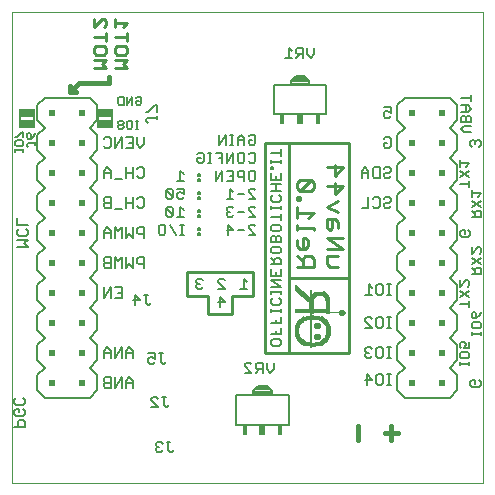
<source format=gbr>
G75*
%MOIN*%
%OFA0B0*%
%FSLAX24Y24*%
%IPPOS*%
%LPD*%
%AMOC8*
5,1,8,0,0,1.08239X$1,22.5*
%
%ADD10C,0.0100*%
%ADD11C,0.0060*%
%ADD12C,0.0050*%
%ADD13C,0.0010*%
%ADD14C,0.0110*%
%ADD15C,0.0070*%
%ADD16R,0.0004X0.0075*%
%ADD17R,0.0004X0.0165*%
%ADD18R,0.0004X0.0220*%
%ADD19R,0.0004X0.0264*%
%ADD20R,0.0004X0.0295*%
%ADD21R,0.0004X0.0327*%
%ADD22R,0.0004X0.0354*%
%ADD23R,0.0004X0.0150*%
%ADD24R,0.0004X0.0193*%
%ADD25R,0.0004X0.0382*%
%ADD26R,0.0004X0.0402*%
%ADD27R,0.0004X0.0197*%
%ADD28R,0.0004X0.0421*%
%ADD29R,0.0004X0.0445*%
%ADD30R,0.0004X0.0461*%
%ADD31R,0.0004X0.0480*%
%ADD32R,0.0004X0.0496*%
%ADD33R,0.0004X0.0512*%
%ADD34R,0.0004X0.0528*%
%ADD35R,0.0004X0.0543*%
%ADD36R,0.0004X0.0555*%
%ADD37R,0.0004X0.0567*%
%ADD38R,0.0004X0.0583*%
%ADD39R,0.0004X0.0594*%
%ADD40R,0.0004X0.0606*%
%ADD41R,0.0004X0.0618*%
%ADD42R,0.0004X0.0630*%
%ADD43R,0.0004X0.0638*%
%ADD44R,0.0004X0.0654*%
%ADD45R,0.0004X0.0661*%
%ADD46R,0.0004X0.0669*%
%ADD47R,0.0004X0.0677*%
%ADD48R,0.0004X0.0693*%
%ADD49R,0.0004X0.0701*%
%ADD50R,0.0004X0.0709*%
%ADD51R,0.0004X0.0717*%
%ADD52R,0.0004X0.0311*%
%ADD53R,0.0004X0.0287*%
%ADD54R,0.0004X0.0276*%
%ADD55R,0.0004X0.0272*%
%ADD56R,0.0004X0.0256*%
%ADD57R,0.0004X0.0252*%
%ADD58R,0.0004X0.0248*%
%ADD59R,0.0004X0.0244*%
%ADD60R,0.0004X0.0240*%
%ADD61R,0.0004X0.0236*%
%ADD62R,0.0004X0.0232*%
%ADD63R,0.0004X0.0228*%
%ADD64R,0.0004X0.0224*%
%ADD65R,0.0004X0.0217*%
%ADD66R,0.0004X0.0213*%
%ADD67R,0.0004X0.0209*%
%ADD68R,0.0004X0.0205*%
%ADD69R,0.0004X0.0201*%
%ADD70R,0.0004X0.0189*%
%ADD71R,0.0004X0.0185*%
%ADD72R,0.0004X0.0181*%
%ADD73R,0.0004X0.0177*%
%ADD74R,0.0004X0.0173*%
%ADD75R,0.0004X0.0169*%
%ADD76R,0.0004X0.0161*%
%ADD77R,0.0004X0.0157*%
%ADD78R,0.0004X0.0154*%
%ADD79R,0.0004X0.0551*%
%ADD80R,0.0004X0.0547*%
%ADD81R,0.0004X0.0539*%
%ADD82R,0.0004X0.0535*%
%ADD83R,0.0004X0.0571*%
%ADD84R,0.0004X0.0579*%
%ADD85R,0.0004X0.0587*%
%ADD86R,0.0004X0.0591*%
%ADD87R,0.0004X0.0598*%
%ADD88R,0.0004X0.0602*%
%ADD89R,0.0004X0.0610*%
%ADD90R,0.0004X0.0614*%
%ADD91R,0.0004X0.0626*%
%ADD92R,0.0004X0.0634*%
%ADD93R,0.0004X0.0642*%
%ADD94R,0.0004X0.0646*%
%ADD95R,0.0004X0.0280*%
%ADD96R,0.0004X0.0031*%
%ADD97R,0.0004X0.0067*%
%ADD98R,0.0004X0.0087*%
%ADD99R,0.0004X0.0102*%
%ADD100R,0.0004X0.0114*%
%ADD101R,0.0004X0.0126*%
%ADD102R,0.0004X0.0134*%
%ADD103R,0.0004X0.0146*%
%ADD104R,0.0004X0.0138*%
%ADD105R,0.0004X0.0118*%
%ADD106R,0.0004X0.0091*%
%ADD107R,0.0004X0.0071*%
%ADD108R,0.0004X0.0039*%
%ADD109R,0.0004X0.0689*%
%ADD110R,0.0004X0.0260*%
%ADD111R,0.0004X0.0685*%
%ADD112R,0.0004X0.0681*%
%ADD113R,0.0004X0.0673*%
%ADD114R,0.0004X0.0665*%
%ADD115R,0.0004X0.0657*%
%ADD116R,0.0004X0.0622*%
%ADD117R,0.0004X0.0559*%
%ADD118R,0.0004X0.0476*%
%ADD119R,0.0004X0.0457*%
%ADD120R,0.0004X0.0524*%
%ADD121R,0.0004X0.0441*%
%ADD122R,0.0004X0.0508*%
%ADD123R,0.0004X0.0488*%
%ADD124R,0.0004X0.0398*%
%ADD125R,0.0004X0.0465*%
%ADD126R,0.0004X0.0374*%
%ADD127R,0.0004X0.0433*%
%ADD128R,0.0004X0.0350*%
%ADD129R,0.0004X0.0323*%
%ADD130R,0.0004X0.0059*%
%ADD131R,0.0004X0.0083*%
%ADD132R,0.0004X0.0098*%
%ADD133R,0.0004X0.0122*%
%ADD134R,0.0004X0.0130*%
%ADD135R,0.0004X0.0142*%
%ADD136R,0.0004X0.0106*%
%ADD137R,0.0004X0.0051*%
%ADD138C,0.0160*%
%ADD139C,0.0170*%
%ADD140R,0.0200X0.0200*%
%ADD141C,0.0080*%
%ADD142R,0.0180X0.0330*%
%ADD143R,0.0220X0.0330*%
%ADD144C,0.0079*%
%ADD145R,0.0551X0.0256*%
D10*
X006130Y007390D02*
X006130Y008190D01*
X008330Y008190D01*
X008330Y007390D01*
X007630Y007390D01*
X007630Y006790D01*
X006830Y006790D01*
X006830Y007390D01*
X006130Y007390D01*
X008730Y005490D02*
X008730Y012490D01*
X009530Y012490D01*
X011530Y012490D01*
X011530Y007990D01*
X009530Y007990D01*
X009530Y012490D01*
X009530Y007990D02*
X009530Y005490D01*
X008730Y005490D01*
X009530Y005490D02*
X011530Y005490D01*
X011530Y007990D01*
X004105Y014965D02*
X003972Y015098D01*
X004105Y015232D01*
X003705Y015232D01*
X003772Y015425D02*
X003705Y015492D01*
X003705Y015626D01*
X003772Y015692D01*
X004039Y015692D01*
X004105Y015626D01*
X004105Y015492D01*
X004039Y015425D01*
X003772Y015425D01*
X003405Y015492D02*
X003339Y015425D01*
X003072Y015425D01*
X003005Y015492D01*
X003005Y015626D01*
X003072Y015692D01*
X003339Y015692D01*
X003405Y015626D01*
X003405Y015492D01*
X003405Y015232D02*
X003272Y015098D01*
X003405Y014965D01*
X003005Y014965D01*
X003005Y015232D02*
X003405Y015232D01*
X003705Y014965D02*
X004105Y014965D01*
X004105Y015886D02*
X004105Y016153D01*
X004105Y016019D02*
X003705Y016019D01*
X003405Y016019D02*
X003005Y016019D01*
X003005Y016346D02*
X003272Y016613D01*
X003339Y016613D01*
X003405Y016546D01*
X003405Y016413D01*
X003339Y016346D01*
X003405Y016153D02*
X003405Y015886D01*
X003705Y016346D02*
X003705Y016613D01*
X003705Y016480D02*
X004105Y016480D01*
X003972Y016346D01*
X003005Y016346D02*
X003005Y016613D01*
D11*
X002880Y013990D02*
X001380Y013990D01*
X001130Y013740D01*
X001130Y013240D01*
X001380Y012990D01*
X001130Y012740D01*
X001130Y012240D01*
X001380Y011990D01*
X001130Y011740D01*
X001130Y011240D01*
X001380Y010990D01*
X001130Y010740D01*
X001130Y010240D01*
X001380Y009990D01*
X001130Y009740D01*
X001130Y009240D01*
X001380Y008990D01*
X001130Y008740D01*
X001130Y008240D01*
X001380Y007990D01*
X001130Y007740D01*
X001130Y007240D01*
X001380Y006990D01*
X001130Y006740D01*
X001130Y006240D01*
X001380Y005990D01*
X001130Y005740D01*
X001130Y005240D01*
X001380Y004990D01*
X001130Y004740D01*
X001130Y004240D01*
X001380Y003990D01*
X002880Y003990D01*
X003130Y004240D01*
X003130Y004740D01*
X002880Y004990D01*
X003130Y005240D01*
X003130Y005740D01*
X002880Y005990D01*
X003130Y006240D01*
X003130Y006740D01*
X002880Y006990D01*
X003130Y007240D01*
X003130Y007740D01*
X002880Y007990D01*
X003130Y008240D01*
X003130Y008740D01*
X002880Y008990D01*
X003130Y009240D01*
X003130Y009740D01*
X002880Y009990D01*
X003130Y010240D01*
X003130Y010740D01*
X002880Y010990D01*
X003130Y011240D01*
X003130Y011740D01*
X002880Y011990D01*
X003130Y012240D01*
X003130Y012740D01*
X002880Y012990D01*
X003130Y013240D01*
X003130Y013740D01*
X002880Y013990D01*
X003140Y013356D02*
X003140Y013230D01*
X003620Y013230D02*
X003620Y013356D01*
X003710Y012660D02*
X003710Y012320D01*
X003937Y012660D01*
X003937Y012320D01*
X004078Y012320D02*
X004305Y012320D01*
X004305Y012660D01*
X004078Y012660D01*
X004192Y012490D02*
X004305Y012490D01*
X004446Y012433D02*
X004446Y012660D01*
X004446Y012433D02*
X004560Y012320D01*
X004673Y012433D01*
X004673Y012660D01*
X004817Y013152D02*
X004760Y013208D01*
X004760Y013265D01*
X004817Y013322D01*
X005100Y013322D01*
X005100Y013265D02*
X005100Y013379D01*
X005100Y013520D02*
X005100Y013747D01*
X005044Y013747D01*
X004817Y013520D01*
X004760Y013520D01*
X003568Y012604D02*
X003568Y012377D01*
X003512Y012320D01*
X003398Y012320D01*
X003341Y012377D01*
X003341Y012604D02*
X003398Y012660D01*
X003512Y012660D01*
X003568Y012604D01*
X003455Y011660D02*
X003341Y011547D01*
X003341Y011320D01*
X003341Y011490D02*
X003568Y011490D01*
X003568Y011547D02*
X003455Y011660D01*
X003568Y011547D02*
X003568Y011320D01*
X003710Y011263D02*
X003937Y011263D01*
X004078Y011320D02*
X004078Y011660D01*
X004078Y011490D02*
X004305Y011490D01*
X004305Y011320D02*
X004305Y011660D01*
X004446Y011604D02*
X004503Y011660D01*
X004617Y011660D01*
X004673Y011604D01*
X004673Y011377D01*
X004617Y011320D01*
X004503Y011320D01*
X004446Y011377D01*
X004503Y010660D02*
X004617Y010660D01*
X004673Y010604D01*
X004673Y010377D01*
X004617Y010320D01*
X004503Y010320D01*
X004446Y010377D01*
X004305Y010320D02*
X004305Y010660D01*
X004446Y010604D02*
X004503Y010660D01*
X004305Y010490D02*
X004078Y010490D01*
X004078Y010660D02*
X004078Y010320D01*
X003937Y010263D02*
X003710Y010263D01*
X003568Y010320D02*
X003398Y010320D01*
X003341Y010377D01*
X003341Y010433D01*
X003398Y010490D01*
X003568Y010490D01*
X003398Y010490D02*
X003341Y010547D01*
X003341Y010604D01*
X003398Y010660D01*
X003568Y010660D01*
X003568Y010320D01*
X003455Y009660D02*
X003341Y009547D01*
X003341Y009320D01*
X003341Y009490D02*
X003568Y009490D01*
X003568Y009547D02*
X003455Y009660D01*
X003568Y009547D02*
X003568Y009320D01*
X003710Y009320D02*
X003710Y009660D01*
X003823Y009547D01*
X003937Y009660D01*
X003937Y009320D01*
X004078Y009320D02*
X004192Y009433D01*
X004305Y009320D01*
X004305Y009660D01*
X004446Y009604D02*
X004446Y009490D01*
X004503Y009433D01*
X004673Y009433D01*
X004673Y009320D02*
X004673Y009660D01*
X004503Y009660D01*
X004446Y009604D01*
X004078Y009660D02*
X004078Y009320D01*
X004078Y008660D02*
X004078Y008320D01*
X004192Y008433D01*
X004305Y008320D01*
X004305Y008660D01*
X004446Y008604D02*
X004446Y008490D01*
X004503Y008433D01*
X004673Y008433D01*
X004673Y008320D02*
X004673Y008660D01*
X004503Y008660D01*
X004446Y008604D01*
X003937Y008660D02*
X003937Y008320D01*
X003823Y008547D02*
X003710Y008660D01*
X003710Y008320D01*
X003568Y008320D02*
X003398Y008320D01*
X003341Y008377D01*
X003341Y008433D01*
X003398Y008490D01*
X003568Y008490D01*
X003398Y008490D02*
X003341Y008547D01*
X003341Y008604D01*
X003398Y008660D01*
X003568Y008660D01*
X003568Y008320D01*
X003823Y008547D02*
X003937Y008660D01*
X003937Y007660D02*
X003710Y007660D01*
X003568Y007660D02*
X003341Y007320D01*
X003341Y007660D01*
X003568Y007660D02*
X003568Y007320D01*
X003710Y007320D02*
X003937Y007320D01*
X003937Y007660D01*
X003937Y007490D02*
X003823Y007490D01*
X004323Y007240D02*
X004550Y007240D01*
X004380Y007410D01*
X004380Y007070D01*
X004748Y007127D02*
X004748Y007410D01*
X004805Y007410D02*
X004691Y007410D01*
X004748Y007127D02*
X004805Y007070D01*
X004862Y007070D01*
X004918Y007127D01*
X004192Y005660D02*
X004078Y005547D01*
X004078Y005320D01*
X003937Y005320D02*
X003937Y005660D01*
X003710Y005320D01*
X003710Y005660D01*
X003568Y005547D02*
X003455Y005660D01*
X003341Y005547D01*
X003341Y005320D01*
X003341Y005490D02*
X003568Y005490D01*
X003568Y005547D02*
X003568Y005320D01*
X004078Y005490D02*
X004305Y005490D01*
X004305Y005547D02*
X004192Y005660D01*
X004305Y005547D02*
X004305Y005320D01*
X004823Y005290D02*
X004823Y005177D01*
X004880Y005120D01*
X004993Y005120D01*
X005050Y005177D01*
X005050Y005290D02*
X004937Y005347D01*
X004880Y005347D01*
X004823Y005290D01*
X004823Y005460D02*
X005050Y005460D01*
X005050Y005290D01*
X005191Y005460D02*
X005305Y005460D01*
X005248Y005460D02*
X005248Y005177D01*
X005305Y005120D01*
X005362Y005120D01*
X005418Y005177D01*
X005405Y004010D02*
X005291Y004010D01*
X005348Y004010D02*
X005348Y003727D01*
X005405Y003670D01*
X005462Y003670D01*
X005518Y003727D01*
X005150Y003670D02*
X004923Y003897D01*
X004923Y003954D01*
X004980Y004010D01*
X005093Y004010D01*
X005150Y003954D01*
X005150Y003670D02*
X004923Y003670D01*
X004305Y004320D02*
X004305Y004547D01*
X004192Y004660D01*
X004078Y004547D01*
X004078Y004320D01*
X003937Y004320D02*
X003937Y004660D01*
X003710Y004320D01*
X003710Y004660D01*
X003568Y004660D02*
X003398Y004660D01*
X003341Y004604D01*
X003341Y004547D01*
X003398Y004490D01*
X003568Y004490D01*
X003398Y004490D02*
X003341Y004433D01*
X003341Y004377D01*
X003398Y004320D01*
X003568Y004320D01*
X003568Y004660D01*
X004078Y004490D02*
X004305Y004490D01*
X005130Y002510D02*
X005073Y002454D01*
X005073Y002397D01*
X005130Y002340D01*
X005073Y002283D01*
X005073Y002227D01*
X005130Y002170D01*
X005243Y002170D01*
X005300Y002227D01*
X005187Y002340D02*
X005130Y002340D01*
X005130Y002510D02*
X005243Y002510D01*
X005300Y002454D01*
X005441Y002510D02*
X005555Y002510D01*
X005498Y002510D02*
X005498Y002227D01*
X005555Y002170D01*
X005612Y002170D01*
X005668Y002227D01*
X007750Y003089D02*
X007750Y004059D01*
X009510Y004059D01*
X009510Y003089D01*
X007750Y003089D01*
X008038Y004813D02*
X008265Y004813D01*
X008038Y005039D01*
X008038Y005096D01*
X008095Y005153D01*
X008208Y005153D01*
X008265Y005096D01*
X008406Y005096D02*
X008406Y004983D01*
X008463Y004926D01*
X008633Y004926D01*
X008520Y004926D02*
X008406Y004813D01*
X008406Y005096D02*
X008463Y005153D01*
X008633Y005153D01*
X008633Y004813D01*
X008775Y004926D02*
X008775Y005153D01*
X009002Y005153D02*
X009002Y004926D01*
X008888Y004813D01*
X008775Y004926D01*
X012059Y004590D02*
X012286Y004590D01*
X012116Y004760D01*
X012116Y004420D01*
X012428Y004477D02*
X012428Y004704D01*
X012484Y004760D01*
X012598Y004760D01*
X012654Y004704D01*
X012654Y004477D01*
X012598Y004420D01*
X012484Y004420D01*
X012428Y004477D01*
X012787Y004420D02*
X012900Y004420D01*
X012843Y004420D02*
X012843Y004760D01*
X012787Y004760D02*
X012900Y004760D01*
X013130Y004740D02*
X013130Y004240D01*
X013380Y003990D01*
X014880Y003990D01*
X015130Y004240D01*
X015130Y004740D01*
X014880Y004990D01*
X015130Y005240D01*
X015130Y005740D01*
X014880Y005990D01*
X015130Y006240D01*
X015130Y006740D01*
X014880Y006990D01*
X015130Y007240D01*
X015130Y007740D01*
X014880Y007990D01*
X015130Y008240D01*
X015130Y008740D01*
X014880Y008990D01*
X015130Y009240D01*
X015130Y009740D01*
X014880Y009990D01*
X015130Y010240D01*
X015130Y010740D01*
X014880Y010990D01*
X015130Y011240D01*
X015130Y011740D01*
X014880Y011990D01*
X015130Y012240D01*
X015130Y012740D01*
X014880Y012990D01*
X015130Y013240D01*
X015130Y013740D01*
X014880Y013990D01*
X013380Y013990D01*
X013130Y013740D01*
X013130Y013240D01*
X013380Y012990D01*
X013130Y012740D01*
X013130Y012240D01*
X013380Y011990D01*
X013130Y011740D01*
X013130Y011240D01*
X013380Y010990D01*
X013130Y010740D01*
X013130Y010240D01*
X013380Y009990D01*
X013130Y009740D01*
X013130Y009240D01*
X013380Y008990D01*
X013130Y008740D01*
X013130Y008240D01*
X013380Y007990D01*
X013130Y007740D01*
X013130Y007240D01*
X013380Y006990D01*
X013130Y006740D01*
X013130Y006240D01*
X013380Y005990D01*
X013130Y005740D01*
X013130Y005240D01*
X013380Y004990D01*
X013130Y004740D01*
X012900Y005320D02*
X012787Y005320D01*
X012843Y005320D02*
X012843Y005660D01*
X012787Y005660D02*
X012900Y005660D01*
X012654Y005604D02*
X012654Y005377D01*
X012598Y005320D01*
X012484Y005320D01*
X012428Y005377D01*
X012428Y005604D01*
X012484Y005660D01*
X012598Y005660D01*
X012654Y005604D01*
X012286Y005604D02*
X012229Y005660D01*
X012116Y005660D01*
X012059Y005604D01*
X012059Y005547D01*
X012116Y005490D01*
X012059Y005433D01*
X012059Y005377D01*
X012116Y005320D01*
X012229Y005320D01*
X012286Y005377D01*
X012173Y005490D02*
X012116Y005490D01*
X012059Y006320D02*
X012286Y006320D01*
X012059Y006547D01*
X012059Y006604D01*
X012116Y006660D01*
X012229Y006660D01*
X012286Y006604D01*
X012428Y006604D02*
X012428Y006377D01*
X012484Y006320D01*
X012598Y006320D01*
X012654Y006377D01*
X012654Y006604D01*
X012598Y006660D01*
X012484Y006660D01*
X012428Y006604D01*
X012787Y006660D02*
X012900Y006660D01*
X012843Y006660D02*
X012843Y006320D01*
X012787Y006320D02*
X012900Y006320D01*
X012900Y007420D02*
X012787Y007420D01*
X012843Y007420D02*
X012843Y007760D01*
X012787Y007760D02*
X012900Y007760D01*
X012654Y007704D02*
X012654Y007477D01*
X012598Y007420D01*
X012484Y007420D01*
X012428Y007477D01*
X012428Y007704D01*
X012484Y007760D01*
X012598Y007760D01*
X012654Y007704D01*
X012286Y007647D02*
X012173Y007760D01*
X012173Y007420D01*
X012286Y007420D02*
X012059Y007420D01*
X012163Y010320D02*
X011937Y010320D01*
X012163Y010320D02*
X012163Y010660D01*
X012305Y010604D02*
X012362Y010660D01*
X012475Y010660D01*
X012532Y010604D01*
X012532Y010377D01*
X012475Y010320D01*
X012362Y010320D01*
X012305Y010377D01*
X012673Y010377D02*
X012730Y010320D01*
X012843Y010320D01*
X012900Y010377D01*
X012843Y010490D02*
X012730Y010490D01*
X012673Y010433D01*
X012673Y010377D01*
X012843Y010490D02*
X012900Y010547D01*
X012900Y010604D01*
X012843Y010660D01*
X012730Y010660D01*
X012673Y010604D01*
X012730Y011320D02*
X012843Y011320D01*
X012900Y011377D01*
X012843Y011490D02*
X012730Y011490D01*
X012673Y011433D01*
X012673Y011377D01*
X012730Y011320D01*
X012532Y011320D02*
X012362Y011320D01*
X012305Y011377D01*
X012305Y011604D01*
X012362Y011660D01*
X012532Y011660D01*
X012532Y011320D01*
X012673Y011604D02*
X012730Y011660D01*
X012843Y011660D01*
X012900Y011604D01*
X012900Y011547D01*
X012843Y011490D01*
X012163Y011490D02*
X011937Y011490D01*
X011937Y011547D02*
X011937Y011320D01*
X011937Y011547D02*
X012050Y011660D01*
X012163Y011547D01*
X012163Y011320D01*
X012730Y012320D02*
X012673Y012377D01*
X012673Y012490D01*
X012787Y012490D01*
X012900Y012377D02*
X012900Y012604D01*
X012843Y012660D01*
X012730Y012660D01*
X012673Y012604D01*
X012730Y012320D02*
X012843Y012320D01*
X012900Y012377D01*
X012843Y013320D02*
X012730Y013320D01*
X012673Y013377D01*
X012673Y013490D01*
X012730Y013547D01*
X012787Y013547D01*
X012900Y013490D01*
X012900Y013660D01*
X012673Y013660D01*
X012900Y013377D02*
X012843Y013320D01*
X010760Y013439D02*
X010760Y014409D01*
X009000Y014409D01*
X009000Y013439D01*
X010760Y013439D01*
X010238Y015313D02*
X010125Y015426D01*
X010125Y015653D01*
X009983Y015653D02*
X009813Y015653D01*
X009756Y015596D01*
X009756Y015483D01*
X009813Y015426D01*
X009983Y015426D01*
X009870Y015426D02*
X009756Y015313D01*
X009615Y015313D02*
X009388Y015313D01*
X009502Y015313D02*
X009502Y015653D01*
X009615Y015539D01*
X009983Y015653D02*
X009983Y015313D01*
X010238Y015313D02*
X010352Y015426D01*
X010352Y015653D01*
X015260Y013964D02*
X015570Y013964D01*
X015570Y013861D02*
X015570Y014068D01*
X015467Y013727D02*
X015260Y013727D01*
X015415Y013727D02*
X015415Y013520D01*
X015467Y013520D02*
X015570Y013623D01*
X015467Y013727D01*
X015467Y013520D02*
X015260Y013520D01*
X015312Y013386D02*
X015260Y013334D01*
X015260Y013179D01*
X015570Y013179D01*
X015570Y013334D01*
X015519Y013386D01*
X015467Y013386D01*
X015415Y013334D01*
X015415Y013179D01*
X015363Y013045D02*
X015260Y012942D01*
X015363Y012839D01*
X015570Y012839D01*
X015570Y013045D02*
X015363Y013045D01*
X015415Y013334D02*
X015363Y013386D01*
X015312Y013386D01*
X015617Y012563D02*
X015560Y012506D01*
X015560Y012393D01*
X015617Y012336D01*
X015730Y012449D02*
X015730Y012506D01*
X015673Y012563D01*
X015617Y012563D01*
X015730Y012506D02*
X015787Y012563D01*
X015844Y012563D01*
X015900Y012506D01*
X015900Y012393D01*
X015844Y012336D01*
X015520Y011794D02*
X015210Y011794D01*
X015210Y011897D02*
X015210Y011690D01*
X015210Y011556D02*
X015520Y011350D01*
X015520Y011216D02*
X015520Y011009D01*
X015520Y011112D02*
X015210Y011112D01*
X015210Y011350D02*
X015520Y011556D01*
X015417Y011690D02*
X015520Y011794D01*
X015610Y010897D02*
X015610Y010690D01*
X015610Y010794D02*
X015920Y010794D01*
X015817Y010690D01*
X015920Y010556D02*
X015610Y010350D01*
X015610Y010216D02*
X015713Y010112D01*
X015713Y010164D02*
X015713Y010009D01*
X015610Y010009D02*
X015920Y010009D01*
X015920Y010164D01*
X015869Y010216D01*
X015765Y010216D01*
X015713Y010164D01*
X015920Y010350D02*
X015610Y010556D01*
X015494Y009563D02*
X015550Y009506D01*
X015550Y009393D01*
X015494Y009336D01*
X015267Y009336D01*
X015210Y009393D01*
X015210Y009506D01*
X015267Y009563D01*
X015380Y009563D01*
X015380Y009449D01*
X015610Y008997D02*
X015610Y008790D01*
X015817Y008997D01*
X015869Y008997D01*
X015920Y008945D01*
X015920Y008842D01*
X015869Y008790D01*
X015920Y008656D02*
X015610Y008450D01*
X015610Y008316D02*
X015713Y008212D01*
X015713Y008264D02*
X015713Y008109D01*
X015610Y008109D02*
X015920Y008109D01*
X015920Y008264D01*
X015869Y008316D01*
X015765Y008316D01*
X015713Y008264D01*
X015920Y008450D02*
X015610Y008656D01*
X015469Y007897D02*
X015520Y007845D01*
X015520Y007742D01*
X015469Y007690D01*
X015520Y007556D02*
X015210Y007350D01*
X015210Y007556D02*
X015520Y007350D01*
X015520Y007216D02*
X015520Y007009D01*
X015520Y007112D02*
X015210Y007112D01*
X015610Y006789D02*
X015662Y006840D01*
X015713Y006840D01*
X015765Y006789D01*
X015765Y006634D01*
X015662Y006634D01*
X015610Y006685D01*
X015610Y006789D01*
X015765Y006634D02*
X015869Y006737D01*
X015920Y006840D01*
X015869Y006500D02*
X015662Y006500D01*
X015610Y006448D01*
X015610Y006345D01*
X015662Y006293D01*
X015869Y006293D01*
X015920Y006345D01*
X015920Y006448D01*
X015869Y006500D01*
X015920Y006169D02*
X015920Y006066D01*
X015920Y006117D02*
X015610Y006117D01*
X015610Y006066D02*
X015610Y006169D01*
X015520Y005840D02*
X015520Y005634D01*
X015365Y005634D01*
X015417Y005737D01*
X015417Y005789D01*
X015365Y005840D01*
X015262Y005840D01*
X015210Y005789D01*
X015210Y005685D01*
X015262Y005634D01*
X015262Y005500D02*
X015469Y005500D01*
X015520Y005448D01*
X015520Y005345D01*
X015469Y005293D01*
X015262Y005293D01*
X015210Y005345D01*
X015210Y005448D01*
X015262Y005500D01*
X015210Y005169D02*
X015210Y005066D01*
X015210Y005117D02*
X015520Y005117D01*
X015520Y005066D02*
X015520Y005169D01*
X015617Y004563D02*
X015730Y004563D01*
X015730Y004449D01*
X015617Y004336D02*
X015560Y004393D01*
X015560Y004506D01*
X015617Y004563D01*
X015844Y004563D02*
X015900Y004506D01*
X015900Y004393D01*
X015844Y004336D01*
X015617Y004336D01*
X015210Y007690D02*
X015417Y007897D01*
X015469Y007897D01*
X015210Y007897D02*
X015210Y007690D01*
X001020Y013230D02*
X001020Y013356D01*
X000540Y013356D02*
X000540Y013230D01*
X000460Y009983D02*
X000460Y009757D01*
X000800Y009757D01*
X000744Y009615D02*
X000800Y009558D01*
X000800Y009445D01*
X000744Y009388D01*
X000517Y009388D01*
X000460Y009445D01*
X000460Y009558D01*
X000517Y009615D01*
X000460Y009247D02*
X000800Y009247D01*
X000687Y009133D01*
X000800Y009020D01*
X000460Y009020D01*
X000417Y003979D02*
X000360Y003922D01*
X000360Y003808D01*
X000417Y003752D01*
X000644Y003752D01*
X000700Y003808D01*
X000700Y003922D01*
X000644Y003979D01*
X000644Y003610D02*
X000700Y003554D01*
X000700Y003440D01*
X000644Y003383D01*
X000417Y003383D01*
X000360Y003440D01*
X000360Y003554D01*
X000417Y003610D01*
X000530Y003610D01*
X000530Y003497D01*
X000530Y003242D02*
X000473Y003185D01*
X000473Y003015D01*
X000360Y003015D02*
X000700Y003015D01*
X000700Y003185D01*
X000644Y003242D01*
X000530Y003242D01*
D12*
X000395Y012182D02*
X000395Y012272D01*
X000395Y012227D02*
X000665Y012227D01*
X000665Y012182D02*
X000665Y012272D01*
X000620Y012379D02*
X000665Y012424D01*
X000665Y012514D01*
X000620Y012559D01*
X000440Y012559D01*
X000395Y012514D01*
X000395Y012424D01*
X000440Y012379D01*
X000620Y012379D01*
X000775Y012375D02*
X000775Y012420D01*
X000820Y012465D01*
X001045Y012465D01*
X001045Y012420D02*
X001045Y012511D01*
X000910Y012625D02*
X000910Y012760D01*
X000865Y012805D01*
X000820Y012805D01*
X000775Y012760D01*
X000775Y012670D01*
X000820Y012625D01*
X000910Y012625D01*
X001000Y012715D01*
X001045Y012805D01*
X000665Y012853D02*
X000665Y012673D01*
X000665Y012853D02*
X000620Y012853D01*
X000440Y012673D01*
X000395Y012673D01*
X000775Y012375D02*
X000820Y012330D01*
X003819Y013000D02*
X003865Y012955D01*
X003955Y012955D01*
X004000Y013000D01*
X004000Y013045D01*
X003955Y013090D01*
X003865Y013090D01*
X003819Y013045D01*
X003819Y013000D01*
X003865Y013090D02*
X003819Y013135D01*
X003819Y013180D01*
X003865Y013225D01*
X003955Y013225D01*
X004000Y013180D01*
X004000Y013135D01*
X003955Y013090D01*
X004114Y013000D02*
X004114Y013180D01*
X004159Y013225D01*
X004249Y013225D01*
X004294Y013180D01*
X004294Y013000D01*
X004249Y012955D01*
X004159Y012955D01*
X004114Y013000D01*
X004401Y012955D02*
X004491Y012955D01*
X004446Y012955D02*
X004446Y013225D01*
X004491Y013225D02*
X004401Y013225D01*
X004454Y013755D02*
X004409Y013800D01*
X004409Y013890D01*
X004499Y013890D01*
X004589Y013800D02*
X004544Y013755D01*
X004454Y013755D01*
X004589Y013800D02*
X004589Y013980D01*
X004544Y014025D01*
X004454Y014025D01*
X004409Y013980D01*
X004294Y014025D02*
X004294Y013755D01*
X004114Y013755D02*
X004114Y014025D01*
X004000Y014025D02*
X004000Y013755D01*
X003865Y013755D01*
X003819Y013800D01*
X003819Y013980D01*
X003865Y014025D01*
X004000Y014025D01*
X004114Y013755D02*
X004294Y014025D01*
X010260Y007590D02*
X010260Y005690D01*
D13*
X000280Y001140D02*
X000280Y016840D01*
X015980Y016840D01*
X015980Y001140D01*
X000280Y001140D01*
D14*
X009785Y008345D02*
X010335Y008345D01*
X010335Y008620D01*
X010244Y008712D01*
X010060Y008712D01*
X009968Y008620D01*
X009968Y008345D01*
X009968Y008528D02*
X009785Y008712D01*
X009877Y008953D02*
X010060Y008953D01*
X010152Y009044D01*
X010152Y009228D01*
X010060Y009320D01*
X009968Y009320D01*
X009968Y008953D01*
X009877Y008953D02*
X009785Y009044D01*
X009785Y009228D01*
X009785Y009560D02*
X009785Y009744D01*
X009785Y009652D02*
X010335Y009652D01*
X010335Y009560D01*
X010152Y009966D02*
X010335Y010149D01*
X009785Y010149D01*
X009785Y009966D02*
X009785Y010333D01*
X009785Y010573D02*
X009785Y010665D01*
X009877Y010665D01*
X009877Y010573D01*
X009785Y010573D01*
X009877Y010877D02*
X009785Y010969D01*
X009785Y011152D01*
X009877Y011244D01*
X010244Y011244D01*
X009877Y010877D01*
X010244Y010877D01*
X010335Y010969D01*
X010335Y011152D01*
X010244Y011244D01*
X010775Y011051D02*
X011325Y011051D01*
X011050Y010776D01*
X011050Y011143D01*
X011050Y011384D02*
X011050Y011751D01*
X010775Y011659D02*
X011325Y011659D01*
X011050Y011384D01*
X011142Y010535D02*
X010775Y010352D01*
X011142Y010168D01*
X011050Y009927D02*
X010775Y009927D01*
X010775Y009652D01*
X010867Y009560D01*
X010958Y009652D01*
X010958Y009927D01*
X011050Y009927D02*
X011142Y009836D01*
X011142Y009652D01*
X011325Y009320D02*
X010775Y009320D01*
X011325Y008953D01*
X010775Y008953D01*
X010775Y008712D02*
X011142Y008712D01*
X011142Y008345D02*
X010867Y008345D01*
X010775Y008437D01*
X010775Y008712D01*
D15*
X009245Y008591D02*
X009190Y008646D01*
X009080Y008646D01*
X009025Y008591D01*
X009025Y008426D01*
X008915Y008426D02*
X009245Y008426D01*
X009245Y008591D01*
X009190Y008794D02*
X008970Y008794D01*
X008915Y008849D01*
X008915Y008959D01*
X008970Y009014D01*
X009190Y009014D01*
X009245Y008959D01*
X009245Y008849D01*
X009190Y008794D01*
X009025Y008536D02*
X008915Y008646D01*
X008915Y008278D02*
X008915Y008058D01*
X009245Y008058D01*
X009245Y008278D01*
X009080Y008168D02*
X009080Y008058D01*
X008915Y007910D02*
X009245Y007910D01*
X009245Y007689D02*
X008915Y007910D01*
X008915Y007689D02*
X009245Y007689D01*
X009245Y007554D02*
X009245Y007444D01*
X009245Y007499D02*
X008915Y007499D01*
X008915Y007444D02*
X008915Y007554D01*
X008970Y007296D02*
X008915Y007241D01*
X008915Y007131D01*
X008970Y007075D01*
X009190Y007075D01*
X009245Y007131D01*
X009245Y007241D01*
X009190Y007296D01*
X009245Y006940D02*
X009245Y006830D01*
X009245Y006885D02*
X008915Y006885D01*
X008915Y006830D02*
X008915Y006940D01*
X009080Y006572D02*
X009080Y006462D01*
X008915Y006462D02*
X009245Y006462D01*
X009245Y006682D01*
X009245Y006314D02*
X009245Y006093D01*
X008915Y006093D01*
X008970Y005945D02*
X009190Y005945D01*
X009245Y005890D01*
X009245Y005780D01*
X009190Y005725D01*
X008970Y005725D01*
X008915Y005780D01*
X008915Y005890D01*
X008970Y005945D01*
X009080Y006093D02*
X009080Y006203D01*
X008116Y007625D02*
X007896Y007625D01*
X008006Y007625D02*
X008006Y007955D01*
X008116Y007845D01*
X007379Y007900D02*
X007324Y007955D01*
X007214Y007955D01*
X007159Y007900D01*
X007159Y007845D01*
X007379Y007625D01*
X007159Y007625D01*
X007214Y007355D02*
X007379Y007190D01*
X007159Y007190D01*
X007214Y007025D02*
X007214Y007355D01*
X006643Y007680D02*
X006587Y007625D01*
X006477Y007625D01*
X006422Y007680D01*
X006422Y007735D01*
X006477Y007790D01*
X006532Y007790D01*
X006477Y007790D02*
X006422Y007845D01*
X006422Y007900D01*
X006477Y007955D01*
X006587Y007955D01*
X006643Y007900D01*
X006553Y009425D02*
X006553Y009480D01*
X006498Y009480D01*
X006498Y009425D01*
X006553Y009425D01*
X006553Y009590D02*
X006553Y009645D01*
X006498Y009645D01*
X006498Y009590D01*
X006553Y009590D01*
X006553Y010025D02*
X006553Y010080D01*
X006498Y010080D01*
X006498Y010025D01*
X006553Y010025D01*
X006553Y010190D02*
X006553Y010245D01*
X006498Y010245D01*
X006498Y010190D01*
X006553Y010190D01*
X006553Y010625D02*
X006553Y010680D01*
X006498Y010680D01*
X006498Y010625D01*
X006553Y010625D01*
X006553Y010790D02*
X006553Y010845D01*
X006498Y010845D01*
X006498Y010790D01*
X006553Y010790D01*
X006553Y011225D02*
X006553Y011280D01*
X006498Y011280D01*
X006498Y011225D01*
X006553Y011225D01*
X006553Y011390D02*
X006553Y011445D01*
X006498Y011445D01*
X006498Y011390D01*
X006553Y011390D01*
X006511Y011825D02*
X006456Y011880D01*
X006456Y011990D01*
X006566Y011990D01*
X006676Y011880D02*
X006621Y011825D01*
X006511Y011825D01*
X006676Y011880D02*
X006676Y012100D01*
X006621Y012155D01*
X006511Y012155D01*
X006456Y012100D01*
X006812Y012155D02*
X006922Y012155D01*
X006867Y012155D02*
X006867Y011825D01*
X006922Y011825D02*
X006812Y011825D01*
X007070Y011555D02*
X007070Y011225D01*
X007290Y011555D01*
X007290Y011225D01*
X007438Y011225D02*
X007658Y011225D01*
X007658Y011555D01*
X007438Y011555D01*
X007548Y011390D02*
X007658Y011390D01*
X007806Y011390D02*
X007806Y011500D01*
X007862Y011555D01*
X008027Y011555D01*
X008027Y011225D01*
X008027Y011335D02*
X007862Y011335D01*
X007806Y011390D01*
X008175Y011280D02*
X008175Y011500D01*
X008230Y011555D01*
X008340Y011555D01*
X008395Y011500D01*
X008395Y011280D01*
X008340Y011225D01*
X008230Y011225D01*
X008175Y011280D01*
X008230Y010955D02*
X008340Y010955D01*
X008395Y010900D01*
X008230Y010955D02*
X008175Y010900D01*
X008175Y010845D01*
X008395Y010625D01*
X008175Y010625D01*
X008027Y010790D02*
X007806Y010790D01*
X007658Y010845D02*
X007548Y010955D01*
X007548Y010625D01*
X007658Y010625D02*
X007438Y010625D01*
X007493Y010355D02*
X007438Y010300D01*
X007438Y010245D01*
X007493Y010190D01*
X007438Y010135D01*
X007438Y010080D01*
X007493Y010025D01*
X007603Y010025D01*
X007658Y010080D01*
X007548Y010190D02*
X007493Y010190D01*
X007493Y010355D02*
X007603Y010355D01*
X007658Y010300D01*
X007806Y010190D02*
X008027Y010190D01*
X008175Y010245D02*
X008175Y010300D01*
X008230Y010355D01*
X008340Y010355D01*
X008395Y010300D01*
X008175Y010245D02*
X008395Y010025D01*
X008175Y010025D01*
X008230Y009755D02*
X008340Y009755D01*
X008395Y009700D01*
X008230Y009755D02*
X008175Y009700D01*
X008175Y009645D01*
X008395Y009425D01*
X008175Y009425D01*
X008027Y009590D02*
X007806Y009590D01*
X007658Y009590D02*
X007438Y009590D01*
X007493Y009425D02*
X007493Y009755D01*
X007658Y009590D01*
X008915Y009586D02*
X008915Y009696D01*
X008970Y009751D01*
X009190Y009751D01*
X009245Y009696D01*
X009245Y009586D01*
X009190Y009531D01*
X008970Y009531D01*
X008915Y009586D01*
X008970Y009383D02*
X008915Y009328D01*
X008915Y009163D01*
X009245Y009163D01*
X009245Y009328D01*
X009190Y009383D01*
X009135Y009383D01*
X009080Y009328D01*
X009080Y009163D01*
X009080Y009328D02*
X009025Y009383D01*
X008970Y009383D01*
X009245Y009899D02*
X009245Y010119D01*
X009245Y010009D02*
X008915Y010009D01*
X008915Y010268D02*
X008915Y010378D01*
X008915Y010323D02*
X009245Y010323D01*
X009245Y010268D02*
X009245Y010378D01*
X009190Y010513D02*
X008970Y010513D01*
X008915Y010568D01*
X008915Y010678D01*
X008970Y010733D01*
X008915Y010881D02*
X009245Y010881D01*
X009190Y010733D02*
X009245Y010678D01*
X009245Y010568D01*
X009190Y010513D01*
X009080Y010881D02*
X009080Y011102D01*
X009080Y011250D02*
X009080Y011360D01*
X008915Y011250D02*
X008915Y011470D01*
X008915Y011618D02*
X008915Y011673D01*
X008970Y011673D01*
X008970Y011618D01*
X008915Y011618D01*
X008915Y011802D02*
X008915Y011912D01*
X008915Y011857D02*
X009245Y011857D01*
X009245Y011802D02*
X009245Y011912D01*
X009245Y012048D02*
X009245Y012268D01*
X009245Y012158D02*
X008915Y012158D01*
X009245Y011470D02*
X009245Y011250D01*
X008915Y011250D01*
X008915Y011102D02*
X009245Y011102D01*
X008395Y011880D02*
X008340Y011825D01*
X008230Y011825D01*
X008175Y011880D01*
X008027Y011880D02*
X007972Y011825D01*
X007862Y011825D01*
X007806Y011880D01*
X007806Y012100D01*
X007862Y012155D01*
X007972Y012155D01*
X008027Y012100D01*
X008027Y011880D01*
X008175Y012100D02*
X008230Y012155D01*
X008340Y012155D01*
X008395Y012100D01*
X008395Y011880D01*
X008340Y012425D02*
X008230Y012425D01*
X008175Y012480D01*
X008175Y012590D01*
X008285Y012590D01*
X008395Y012480D02*
X008340Y012425D01*
X008395Y012480D02*
X008395Y012700D01*
X008340Y012755D01*
X008230Y012755D01*
X008175Y012700D01*
X008027Y012645D02*
X007917Y012755D01*
X007806Y012645D01*
X007806Y012425D01*
X007658Y012425D02*
X007548Y012425D01*
X007603Y012425D02*
X007603Y012755D01*
X007658Y012755D02*
X007548Y012755D01*
X007413Y012755D02*
X007193Y012425D01*
X007193Y012755D01*
X007413Y012755D02*
X007413Y012425D01*
X007438Y012155D02*
X007438Y011825D01*
X007658Y012155D01*
X007658Y011825D01*
X007290Y011825D02*
X007290Y012155D01*
X007070Y012155D01*
X007180Y011990D02*
X007290Y011990D01*
X007806Y012590D02*
X008027Y012590D01*
X008027Y012645D02*
X008027Y012425D01*
X006001Y011445D02*
X005891Y011555D01*
X005891Y011225D01*
X006001Y011225D02*
X005781Y011225D01*
X005781Y010955D02*
X006001Y010955D01*
X006001Y010790D01*
X005891Y010845D01*
X005836Y010845D01*
X005781Y010790D01*
X005781Y010680D01*
X005836Y010625D01*
X005946Y010625D01*
X006001Y010680D01*
X005891Y010355D02*
X005891Y010025D01*
X006001Y010025D02*
X005781Y010025D01*
X005633Y010080D02*
X005633Y010300D01*
X005578Y010355D01*
X005468Y010355D01*
X005412Y010300D01*
X005633Y010080D01*
X005578Y010025D01*
X005468Y010025D01*
X005412Y010080D01*
X005412Y010300D01*
X005468Y010625D02*
X005578Y010625D01*
X005633Y010680D01*
X005412Y010900D01*
X005412Y010680D01*
X005468Y010625D01*
X005633Y010680D02*
X005633Y010900D01*
X005578Y010955D01*
X005468Y010955D01*
X005412Y010900D01*
X005891Y010355D02*
X006001Y010245D01*
X006001Y009755D02*
X005891Y009755D01*
X005946Y009755D02*
X005946Y009425D01*
X006001Y009425D02*
X005891Y009425D01*
X005755Y009425D02*
X005535Y009755D01*
X005387Y009700D02*
X005387Y009480D01*
X005332Y009425D01*
X005222Y009425D01*
X005167Y009480D01*
X005167Y009700D01*
X005222Y009755D01*
X005332Y009755D01*
X005387Y009700D01*
D16*
X009736Y006208D03*
X010921Y006208D03*
X011401Y006803D03*
D17*
X010613Y006604D03*
X010610Y006604D03*
X010606Y006608D03*
X010602Y006608D03*
X010598Y006612D03*
X010594Y006612D03*
X010586Y006616D03*
X010582Y006616D03*
X010574Y006620D03*
X010562Y006623D03*
X010539Y006387D03*
X010413Y006387D03*
X010413Y006013D03*
X010539Y006013D03*
X010625Y005816D03*
X010617Y005812D03*
X010610Y005809D03*
X010606Y005809D03*
X010602Y005805D03*
X010598Y005805D03*
X010594Y005801D03*
X010590Y005801D03*
X010582Y005797D03*
X010074Y005797D03*
X010066Y005801D03*
X010062Y005801D03*
X010058Y005805D03*
X010054Y005805D03*
X010047Y005809D03*
X010039Y005812D03*
X009739Y006206D03*
X010035Y006600D03*
X010039Y006600D03*
X010043Y006604D03*
X010047Y006604D03*
X010050Y006608D03*
X010054Y006608D03*
X010062Y006612D03*
X010070Y006616D03*
X010082Y006620D03*
X010421Y007415D03*
X010424Y007419D03*
X010432Y007423D03*
X010649Y007450D03*
X010653Y007450D03*
X010661Y007446D03*
X010665Y007446D03*
D18*
X010354Y007340D03*
X010751Y006497D03*
X010755Y005923D03*
X010751Y005919D03*
X009905Y005919D03*
X009743Y006206D03*
X009905Y006494D03*
D19*
X009877Y006448D03*
X009747Y006208D03*
X009877Y005964D03*
X010779Y005964D03*
D20*
X010905Y006208D03*
X010767Y007334D03*
X009751Y006208D03*
D21*
X009755Y006208D03*
D22*
X009759Y006206D03*
D23*
X009759Y006864D03*
X009763Y006864D03*
X009767Y006864D03*
X009771Y006864D03*
X009775Y006864D03*
X009779Y006864D03*
X009783Y006864D03*
X009787Y006864D03*
X009791Y006864D03*
X009795Y006864D03*
X009799Y006864D03*
X009802Y006864D03*
X009806Y006864D03*
X009810Y006864D03*
X009814Y006864D03*
X009818Y006864D03*
X009822Y006864D03*
X009826Y006864D03*
X009830Y006864D03*
X009834Y006864D03*
X009838Y006864D03*
X009842Y006864D03*
X009846Y006864D03*
X009850Y006864D03*
X009854Y006864D03*
X009858Y006864D03*
X009861Y006864D03*
X009865Y006864D03*
X009869Y006864D03*
X009873Y006864D03*
X009877Y006864D03*
X009881Y006864D03*
X009885Y006864D03*
X009889Y006864D03*
X009893Y006864D03*
X009897Y006864D03*
X009901Y006864D03*
X009905Y006864D03*
X009909Y006864D03*
X009913Y006864D03*
X009917Y006864D03*
X009921Y006864D03*
X009924Y006864D03*
X009928Y006864D03*
X009932Y006864D03*
X009936Y006864D03*
X009940Y006864D03*
X009944Y006864D03*
X009948Y006864D03*
X009952Y006864D03*
X009956Y006864D03*
X009960Y006864D03*
X009964Y006864D03*
X009968Y006864D03*
X009972Y006864D03*
X009976Y006864D03*
X009980Y006864D03*
X009984Y006864D03*
X009987Y006864D03*
X009991Y006864D03*
X009995Y006864D03*
X009999Y006864D03*
X010003Y006864D03*
X010007Y006864D03*
X010011Y006864D03*
X010015Y006864D03*
X010019Y006864D03*
X010023Y006864D03*
X010027Y006864D03*
X010031Y006864D03*
X010035Y006864D03*
X010039Y006864D03*
X010043Y006864D03*
X010047Y006864D03*
X010050Y006864D03*
X010054Y006864D03*
X010058Y006864D03*
X010062Y006864D03*
X010066Y006864D03*
X010070Y006864D03*
X010074Y006864D03*
X010078Y006864D03*
X010082Y006864D03*
X010086Y006864D03*
X010090Y006864D03*
X010094Y006864D03*
X010098Y006864D03*
X010102Y006864D03*
X010106Y006864D03*
X010110Y006864D03*
X010113Y006864D03*
X010117Y006864D03*
X010121Y006864D03*
X010125Y006864D03*
X010129Y006864D03*
X010133Y006864D03*
X010137Y006864D03*
X010141Y006864D03*
X010145Y006864D03*
X010149Y006864D03*
X010153Y006864D03*
X010157Y006864D03*
X010161Y006864D03*
X010165Y006864D03*
X010169Y006864D03*
X010173Y006864D03*
X010176Y006864D03*
X010180Y006864D03*
X010184Y006864D03*
X010188Y006864D03*
X010192Y006864D03*
X010196Y006864D03*
X010200Y006864D03*
X010204Y006864D03*
X010208Y006864D03*
X010342Y006864D03*
X010346Y006864D03*
X010350Y006864D03*
X010354Y006864D03*
X010358Y006864D03*
X010361Y006864D03*
X010365Y006864D03*
X010369Y006864D03*
X010373Y006864D03*
X010377Y006864D03*
X010381Y006864D03*
X010385Y006864D03*
X010389Y006864D03*
X010393Y006864D03*
X010397Y006864D03*
X010401Y006864D03*
X010405Y006864D03*
X010409Y006864D03*
X010413Y006864D03*
X010417Y006864D03*
X010421Y006864D03*
X010424Y006864D03*
X010428Y006864D03*
X010432Y006864D03*
X010436Y006864D03*
X010440Y006864D03*
X010444Y006864D03*
X010448Y006864D03*
X010452Y006864D03*
X010456Y006864D03*
X010460Y006864D03*
X010464Y006864D03*
X010468Y006864D03*
X010472Y006864D03*
X010476Y006864D03*
X010480Y006864D03*
X010484Y006864D03*
X010487Y006864D03*
X010491Y006864D03*
X010495Y006864D03*
X010499Y006864D03*
X010503Y006864D03*
X010507Y006864D03*
X010511Y006864D03*
X010515Y006864D03*
X010519Y006864D03*
X010523Y006864D03*
X010527Y006864D03*
X010531Y006864D03*
X010535Y006864D03*
X010539Y006864D03*
X010543Y006864D03*
X010547Y006864D03*
X010550Y006864D03*
X010554Y006864D03*
X010558Y006864D03*
X010562Y006864D03*
X010566Y006864D03*
X010570Y006864D03*
X010574Y006864D03*
X010578Y006864D03*
X010582Y006864D03*
X010586Y006864D03*
X010590Y006864D03*
X010594Y006864D03*
X010598Y006864D03*
X010602Y006864D03*
X010606Y006864D03*
X010610Y006864D03*
X010613Y006864D03*
X010617Y006864D03*
X010621Y006864D03*
X010625Y006864D03*
X010629Y006864D03*
X010633Y006864D03*
X010637Y006864D03*
X010641Y006864D03*
X010645Y006864D03*
X010649Y006864D03*
X010653Y006864D03*
X010657Y006864D03*
X010661Y006864D03*
X010665Y006864D03*
X010669Y006864D03*
X010673Y006864D03*
X010676Y006864D03*
X010680Y006864D03*
X010684Y006864D03*
X010688Y006864D03*
X010692Y006864D03*
X010696Y006864D03*
X010700Y006864D03*
X010704Y006864D03*
X010708Y006864D03*
X010712Y006864D03*
X010716Y006864D03*
X010720Y006864D03*
X010724Y006864D03*
X010728Y006864D03*
X010732Y006864D03*
X010736Y006864D03*
X010739Y006864D03*
X010743Y006864D03*
X010747Y006864D03*
X010751Y006864D03*
X010755Y006864D03*
X010759Y006864D03*
X010763Y006864D03*
X010767Y006864D03*
D24*
X010708Y006543D03*
X010712Y006539D03*
X010716Y006535D03*
X010515Y006389D03*
X010436Y006389D03*
X010436Y006011D03*
X010515Y006011D03*
X010712Y005873D03*
X011263Y006803D03*
X011267Y006803D03*
X011342Y006803D03*
X011346Y006803D03*
X010373Y007373D03*
X010082Y007358D03*
X010054Y007381D03*
X010031Y007401D03*
X010027Y007405D03*
X010023Y007409D03*
X010007Y007421D03*
X010003Y007425D03*
X009999Y007429D03*
X009995Y007433D03*
X009980Y007444D03*
X009976Y007448D03*
X009972Y007452D03*
X009968Y007456D03*
X009956Y007464D03*
X009952Y007468D03*
X009948Y007472D03*
X009944Y007476D03*
X009940Y007480D03*
X009928Y007488D03*
X009924Y007492D03*
X009921Y007496D03*
X009917Y007499D03*
X009913Y007503D03*
X009909Y007507D03*
X009905Y007507D03*
X009901Y007511D03*
X009897Y007515D03*
X009893Y007519D03*
X009889Y007523D03*
X009885Y007527D03*
X009881Y007531D03*
X009877Y007531D03*
X009873Y007535D03*
X009869Y007539D03*
X009865Y007543D03*
X009861Y007547D03*
X009858Y007551D03*
X009850Y007555D03*
X009846Y007559D03*
X009842Y007562D03*
X009838Y007566D03*
X009834Y007570D03*
X009818Y007582D03*
X009814Y007586D03*
X009810Y007590D03*
X009806Y007594D03*
X009791Y007606D03*
X009787Y007610D03*
X009783Y007614D03*
X009763Y007629D03*
X009759Y007633D03*
X009948Y006543D03*
X009944Y006539D03*
X009940Y006535D03*
X009948Y005873D03*
D25*
X009763Y006208D03*
D26*
X009767Y006206D03*
D27*
X009936Y005883D03*
X009940Y005879D03*
X009944Y005875D03*
X010440Y006013D03*
X010444Y006013D03*
X010507Y006013D03*
X010511Y006013D03*
X010511Y006387D03*
X010444Y006387D03*
X010440Y006387D03*
X010720Y005883D03*
X010716Y005879D03*
X011338Y006801D03*
X010724Y007411D03*
X010369Y007368D03*
X009854Y007553D03*
X009830Y007572D03*
X009826Y007576D03*
X009822Y007580D03*
X009802Y007596D03*
X009799Y007600D03*
X009795Y007604D03*
X009779Y007616D03*
X009775Y007620D03*
X009771Y007623D03*
X009767Y007627D03*
D28*
X009771Y006208D03*
X010885Y006208D03*
D29*
X009775Y006208D03*
D30*
X009779Y006208D03*
D31*
X009783Y006206D03*
D32*
X009787Y006206D03*
X010869Y006206D03*
D33*
X010865Y006206D03*
X009791Y006206D03*
D34*
X009795Y006206D03*
X010861Y006206D03*
D35*
X010858Y006206D03*
X010224Y007060D03*
X010220Y007060D03*
X009799Y006206D03*
D36*
X009802Y006208D03*
D37*
X009806Y006206D03*
X010850Y006206D03*
X010861Y007072D03*
D38*
X010846Y006206D03*
X009810Y006206D03*
D39*
X009814Y006208D03*
X010850Y007086D03*
D40*
X010842Y007092D03*
X010838Y006206D03*
X009818Y006206D03*
D41*
X009822Y006208D03*
X010314Y007098D03*
D42*
X010322Y007104D03*
X009826Y006206D03*
X010830Y006206D03*
D43*
X010826Y006206D03*
X010822Y007108D03*
X010330Y007108D03*
X009830Y006206D03*
D44*
X009834Y006206D03*
X010822Y006206D03*
X010810Y007116D03*
D45*
X010802Y007120D03*
X010818Y006206D03*
X009838Y006206D03*
D46*
X009842Y006206D03*
X010814Y006206D03*
X010795Y007123D03*
D47*
X010787Y007127D03*
X010810Y006206D03*
X009846Y006206D03*
D48*
X009850Y006206D03*
X010806Y006206D03*
D49*
X010802Y006206D03*
X009854Y006206D03*
D50*
X009858Y006206D03*
X010799Y006206D03*
D51*
X010795Y006206D03*
X009861Y006206D03*
D52*
X009865Y005999D03*
X009865Y006413D03*
X010791Y006413D03*
X010791Y005999D03*
D53*
X010787Y005984D03*
X010787Y006429D03*
X009869Y006429D03*
X009869Y005984D03*
D54*
X009873Y005974D03*
D55*
X009873Y006440D03*
X010783Y006440D03*
X010783Y005972D03*
X010763Y007350D03*
D56*
X010759Y007362D03*
X009881Y005956D03*
D57*
X009881Y006458D03*
X010346Y007316D03*
X010775Y006458D03*
X010775Y005954D03*
D58*
X010771Y005948D03*
X009885Y005948D03*
D59*
X009885Y006466D03*
X010771Y006466D03*
D60*
X010767Y006472D03*
X010767Y005940D03*
X009889Y005940D03*
X009889Y006472D03*
X010755Y007370D03*
D61*
X010350Y007328D03*
X009893Y006478D03*
X009893Y005934D03*
X010763Y005934D03*
D62*
X010763Y006480D03*
X010751Y007377D03*
X009897Y005929D03*
D63*
X009901Y005923D03*
X009897Y006486D03*
X010759Y006486D03*
X010759Y005927D03*
D64*
X010755Y006492D03*
X010747Y007385D03*
X009901Y006492D03*
D65*
X009909Y006499D03*
X009909Y005913D03*
X009913Y005909D03*
X010747Y005913D03*
X010913Y006208D03*
X010747Y006499D03*
X010743Y007389D03*
D66*
X010739Y007395D03*
X010358Y007348D03*
X010743Y006505D03*
X010743Y005907D03*
X010739Y005903D03*
X009917Y005903D03*
X009913Y006505D03*
X009917Y006509D03*
D67*
X009921Y006515D03*
X010468Y006389D03*
X010472Y006389D03*
X010476Y006389D03*
X010480Y006389D03*
X010484Y006389D03*
X010736Y006515D03*
X010739Y006511D03*
X010484Y006011D03*
X010480Y006011D03*
X010476Y006011D03*
X010472Y006011D03*
X010468Y006011D03*
X009921Y005897D03*
X011291Y006803D03*
X011295Y006803D03*
X011299Y006803D03*
X011302Y006803D03*
X011306Y006803D03*
X011310Y006803D03*
X011314Y006803D03*
X011318Y006803D03*
D68*
X011322Y006801D03*
X011287Y006801D03*
X010732Y006517D03*
X010495Y006387D03*
X010491Y006387D03*
X010487Y006387D03*
X010464Y006387D03*
X010460Y006387D03*
X010456Y006387D03*
X010456Y006013D03*
X010460Y006013D03*
X010464Y006013D03*
X010487Y006013D03*
X010491Y006013D03*
X010495Y006013D03*
X010732Y005895D03*
X010736Y005899D03*
X009928Y005891D03*
X009924Y005895D03*
X009924Y006517D03*
X010361Y007356D03*
X010732Y007403D03*
X010736Y007399D03*
D69*
X010728Y007409D03*
X010365Y007362D03*
X010720Y006531D03*
X010724Y006527D03*
X010728Y006523D03*
X010507Y006389D03*
X010503Y006389D03*
X010499Y006389D03*
X010452Y006389D03*
X010448Y006389D03*
X010448Y006011D03*
X010452Y006011D03*
X010499Y006011D03*
X010503Y006011D03*
X010724Y005885D03*
X010728Y005889D03*
X011271Y006803D03*
X011275Y006803D03*
X011279Y006803D03*
X011283Y006803D03*
X011326Y006803D03*
X011330Y006803D03*
X011334Y006803D03*
X009936Y006531D03*
X009932Y006527D03*
X009928Y006523D03*
X009932Y005885D03*
D70*
X009952Y005868D03*
X009956Y005864D03*
X010432Y006013D03*
X010519Y006013D03*
X010700Y005864D03*
X010704Y005868D03*
X010708Y005871D03*
X010519Y006387D03*
X010432Y006387D03*
X010696Y006553D03*
X010700Y006549D03*
X010704Y006545D03*
X010208Y007249D03*
X010204Y007253D03*
X010200Y007257D03*
X010196Y007261D03*
X010184Y007269D03*
X010180Y007273D03*
X010176Y007277D03*
X010173Y007281D03*
X010169Y007285D03*
X010157Y007293D03*
X010153Y007297D03*
X010149Y007301D03*
X010145Y007305D03*
X010141Y007309D03*
X010137Y007312D03*
X010133Y007312D03*
X010129Y007316D03*
X010125Y007320D03*
X010121Y007324D03*
X010117Y007328D03*
X010113Y007332D03*
X010110Y007336D03*
X010106Y007336D03*
X010102Y007340D03*
X010098Y007344D03*
X010094Y007348D03*
X010090Y007352D03*
X010086Y007356D03*
X010078Y007360D03*
X010074Y007364D03*
X010070Y007368D03*
X010066Y007371D03*
X010062Y007375D03*
X010058Y007379D03*
X010050Y007383D03*
X010047Y007387D03*
X010043Y007391D03*
X010039Y007395D03*
X010035Y007399D03*
X010019Y007411D03*
X010015Y007415D03*
X010011Y007419D03*
X009991Y007434D03*
X009987Y007438D03*
X009984Y007442D03*
X009964Y007458D03*
X009960Y007462D03*
X009936Y007482D03*
X009932Y007486D03*
X010716Y007419D03*
X010720Y007415D03*
X009956Y006549D03*
X009952Y006545D03*
D71*
X009960Y006551D03*
X009964Y006555D03*
X009968Y006559D03*
X010428Y006389D03*
X010523Y006389D03*
X010692Y006555D03*
X010688Y006559D03*
X010523Y006011D03*
X010428Y006011D03*
X010692Y005858D03*
X010696Y005862D03*
X011255Y006803D03*
X011259Y006803D03*
X011350Y006803D03*
X011354Y006803D03*
X010712Y007421D03*
X010708Y007425D03*
X010381Y007381D03*
X010377Y007377D03*
X010192Y007263D03*
X010188Y007267D03*
X010165Y007287D03*
X010161Y007291D03*
X009960Y005862D03*
X009964Y005858D03*
X009968Y005854D03*
X009972Y005854D03*
X009976Y005850D03*
D72*
X009980Y005848D03*
X009984Y005844D03*
X010424Y006013D03*
X010527Y006013D03*
X010676Y005848D03*
X010680Y005848D03*
X010684Y005852D03*
X010688Y005856D03*
X010673Y005844D03*
X010527Y006387D03*
X010424Y006387D03*
X010669Y006572D03*
X010673Y006568D03*
X010680Y006564D03*
X010684Y006560D03*
X010385Y007387D03*
X010389Y007391D03*
X010700Y007431D03*
X010704Y007427D03*
X009984Y006568D03*
X009976Y006564D03*
X009972Y006560D03*
D73*
X009980Y006566D03*
X009987Y006570D03*
X009991Y006574D03*
X010421Y006389D03*
X010531Y006389D03*
X010653Y006582D03*
X010661Y006578D03*
X010665Y006574D03*
X010676Y006566D03*
X010531Y006011D03*
X010421Y006011D03*
X010657Y005834D03*
X010665Y005838D03*
X010669Y005842D03*
X009999Y005834D03*
X009991Y005838D03*
X009987Y005842D03*
X010393Y007393D03*
X010397Y007397D03*
X010401Y007401D03*
X010696Y007433D03*
X011247Y006803D03*
X011251Y006803D03*
X011358Y006803D03*
D74*
X011361Y006801D03*
X010692Y007434D03*
X010688Y007434D03*
X010684Y007438D03*
X010409Y007407D03*
X010405Y007403D03*
X010641Y006588D03*
X010645Y006588D03*
X010649Y006584D03*
X010657Y006580D03*
X010535Y006387D03*
X010535Y006013D03*
X010653Y005832D03*
X010649Y005828D03*
X010641Y005824D03*
X010633Y005820D03*
X010661Y005836D03*
X010023Y005820D03*
X010015Y005824D03*
X010011Y005828D03*
X010007Y005828D03*
X010003Y005832D03*
X009995Y005836D03*
X009995Y006576D03*
X009999Y006580D03*
X010003Y006580D03*
X010007Y006584D03*
X010015Y006588D03*
D75*
X010011Y006586D03*
X010019Y006590D03*
X010023Y006594D03*
X010027Y006594D03*
X010031Y006598D03*
X010417Y006389D03*
X010621Y006598D03*
X010625Y006598D03*
X010629Y006594D03*
X010633Y006594D03*
X010637Y006590D03*
X010617Y006602D03*
X010417Y006011D03*
X010613Y005810D03*
X010621Y005814D03*
X010629Y005818D03*
X010637Y005822D03*
X010645Y005826D03*
X010050Y005807D03*
X010043Y005810D03*
X010035Y005814D03*
X010031Y005814D03*
X010027Y005818D03*
X010019Y005822D03*
X010413Y007409D03*
X010417Y007413D03*
X010669Y007444D03*
X010673Y007444D03*
X010676Y007440D03*
X010680Y007440D03*
X011243Y006803D03*
X011365Y006803D03*
D76*
X011369Y006803D03*
X011239Y006803D03*
X010917Y006208D03*
X010543Y006389D03*
X010590Y006614D03*
X010578Y006618D03*
X010570Y006621D03*
X010566Y006621D03*
X010558Y006625D03*
X010554Y006625D03*
X010547Y006629D03*
X010543Y006629D03*
X010535Y006633D03*
X010531Y006633D03*
X010515Y006637D03*
X010499Y006641D03*
X010157Y006641D03*
X010141Y006637D03*
X010125Y006633D03*
X010113Y006629D03*
X010110Y006629D03*
X010102Y006625D03*
X010098Y006625D03*
X010090Y006621D03*
X010086Y006621D03*
X010078Y006618D03*
X010074Y006618D03*
X010066Y006614D03*
X010058Y006610D03*
X010543Y006011D03*
X010586Y005799D03*
X010578Y005795D03*
X010574Y005795D03*
X010570Y005791D03*
X010566Y005791D03*
X010562Y005791D03*
X010558Y005787D03*
X010554Y005787D03*
X010550Y005787D03*
X010543Y005783D03*
X010539Y005783D03*
X010527Y005779D03*
X010511Y005775D03*
X010161Y005771D03*
X010145Y005775D03*
X010141Y005775D03*
X010129Y005779D03*
X010125Y005779D03*
X010117Y005783D03*
X010113Y005783D03*
X010110Y005783D03*
X010106Y005787D03*
X010102Y005787D03*
X010098Y005787D03*
X010094Y005791D03*
X010090Y005791D03*
X010086Y005791D03*
X010082Y005795D03*
X010078Y005795D03*
X010070Y005799D03*
X010428Y007421D03*
X010436Y007425D03*
X010440Y007429D03*
X010444Y007429D03*
X010448Y007433D03*
X010452Y007433D03*
X010460Y007436D03*
X010613Y007456D03*
X010617Y007456D03*
X010621Y007456D03*
X010633Y007452D03*
X010637Y007452D03*
X010641Y007452D03*
X010645Y007452D03*
X010657Y007448D03*
D77*
X010629Y007454D03*
X010625Y007454D03*
X010610Y007458D03*
X010606Y007458D03*
X010602Y007458D03*
X010598Y007458D03*
X010594Y007458D03*
X010590Y007458D03*
X010586Y007458D03*
X010582Y007458D03*
X010578Y007458D03*
X010574Y007458D03*
X010570Y007458D03*
X010566Y007458D03*
X010562Y007458D03*
X010558Y007458D03*
X010554Y007458D03*
X010535Y007454D03*
X010531Y007454D03*
X010527Y007454D03*
X010523Y007454D03*
X010519Y007454D03*
X010507Y007450D03*
X010503Y007450D03*
X010499Y007450D03*
X010491Y007446D03*
X010487Y007446D03*
X010484Y007446D03*
X010480Y007442D03*
X010476Y007442D03*
X010472Y007442D03*
X010468Y007438D03*
X010464Y007438D03*
X010456Y007434D03*
X010417Y006655D03*
X010413Y006655D03*
X010409Y006655D03*
X010405Y006655D03*
X010401Y006655D03*
X010397Y006655D03*
X010393Y006655D03*
X010389Y006655D03*
X010354Y006659D03*
X010350Y006659D03*
X010346Y006659D03*
X010342Y006659D03*
X010338Y006659D03*
X010334Y006659D03*
X010330Y006659D03*
X010326Y006659D03*
X010322Y006659D03*
X010318Y006659D03*
X010314Y006659D03*
X010310Y006659D03*
X010306Y006659D03*
X010302Y006659D03*
X010224Y006651D03*
X010220Y006651D03*
X010216Y006651D03*
X010212Y006651D03*
X010208Y006651D03*
X010204Y006651D03*
X010196Y006647D03*
X010192Y006647D03*
X010188Y006647D03*
X010184Y006647D03*
X010180Y006647D03*
X010173Y006643D03*
X010169Y006643D03*
X010165Y006643D03*
X010161Y006643D03*
X010153Y006639D03*
X010149Y006639D03*
X010145Y006639D03*
X010137Y006635D03*
X010133Y006635D03*
X010129Y006635D03*
X010121Y006631D03*
X010117Y006631D03*
X010106Y006627D03*
X010094Y006623D03*
X010432Y006651D03*
X010436Y006651D03*
X010440Y006651D03*
X010444Y006651D03*
X010448Y006651D03*
X010452Y006651D03*
X010460Y006647D03*
X010464Y006647D03*
X010468Y006647D03*
X010472Y006647D03*
X010476Y006647D03*
X010480Y006643D03*
X010484Y006643D03*
X010487Y006643D03*
X010491Y006643D03*
X010495Y006643D03*
X010503Y006639D03*
X010507Y006639D03*
X010511Y006639D03*
X010519Y006635D03*
X010523Y006635D03*
X010527Y006635D03*
X010539Y006631D03*
X010550Y006627D03*
X010409Y006387D03*
X010409Y006013D03*
X010452Y005765D03*
X010456Y005765D03*
X010460Y005765D03*
X010464Y005765D03*
X010468Y005765D03*
X010472Y005765D03*
X010476Y005769D03*
X010480Y005769D03*
X010484Y005769D03*
X010487Y005769D03*
X010491Y005769D03*
X010495Y005773D03*
X010499Y005773D03*
X010503Y005773D03*
X010507Y005773D03*
X010515Y005777D03*
X010519Y005777D03*
X010523Y005777D03*
X010531Y005781D03*
X010535Y005781D03*
X010547Y005785D03*
X010444Y005761D03*
X010440Y005761D03*
X010436Y005761D03*
X010432Y005761D03*
X010428Y005761D03*
X010424Y005761D03*
X010409Y005757D03*
X010405Y005757D03*
X010401Y005757D03*
X010397Y005757D03*
X010393Y005757D03*
X010389Y005757D03*
X010385Y005757D03*
X010381Y005757D03*
X010377Y005757D03*
X010373Y005757D03*
X010283Y005757D03*
X010232Y005761D03*
X010228Y005761D03*
X010224Y005761D03*
X010220Y005761D03*
X010216Y005761D03*
X010212Y005761D03*
X010204Y005765D03*
X010200Y005765D03*
X010196Y005765D03*
X010192Y005765D03*
X010188Y005765D03*
X010184Y005765D03*
X010180Y005769D03*
X010176Y005769D03*
X010173Y005769D03*
X010169Y005769D03*
X010165Y005769D03*
X010157Y005773D03*
X010153Y005773D03*
X010149Y005773D03*
X010137Y005777D03*
X010133Y005777D03*
X010121Y005781D03*
X011236Y006801D03*
D78*
X011232Y006803D03*
X011373Y006803D03*
X010547Y006389D03*
X010405Y006389D03*
X010421Y006653D03*
X010424Y006653D03*
X010428Y006653D03*
X010456Y006649D03*
X010385Y006657D03*
X010381Y006657D03*
X010377Y006657D03*
X010373Y006657D03*
X010369Y006657D03*
X010365Y006657D03*
X010361Y006657D03*
X010358Y006657D03*
X010299Y006657D03*
X010295Y006657D03*
X010291Y006657D03*
X010287Y006657D03*
X010283Y006657D03*
X010232Y006653D03*
X010228Y006653D03*
X010200Y006649D03*
X010176Y006645D03*
X010405Y006011D03*
X010547Y006011D03*
X010448Y005763D03*
X010421Y005759D03*
X010417Y005759D03*
X010413Y005759D03*
X010369Y005755D03*
X010365Y005755D03*
X010361Y005755D03*
X010358Y005755D03*
X010354Y005755D03*
X010350Y005755D03*
X010346Y005755D03*
X010342Y005755D03*
X010338Y005755D03*
X010334Y005755D03*
X010330Y005755D03*
X010326Y005755D03*
X010322Y005755D03*
X010318Y005755D03*
X010314Y005755D03*
X010310Y005755D03*
X010306Y005755D03*
X010302Y005755D03*
X010299Y005755D03*
X010295Y005755D03*
X010291Y005755D03*
X010287Y005755D03*
X010208Y005763D03*
X010495Y007448D03*
X010511Y007452D03*
X010515Y007452D03*
X010539Y007456D03*
X010543Y007456D03*
X010547Y007456D03*
X010550Y007456D03*
D79*
X010212Y007064D03*
X010854Y006206D03*
D80*
X010869Y007062D03*
X010216Y007062D03*
D81*
X010228Y007059D03*
D82*
X010232Y007057D03*
X010873Y007057D03*
D83*
X010283Y007074D03*
D84*
X010287Y007078D03*
X010858Y007078D03*
D85*
X010854Y007082D03*
X010291Y007082D03*
D86*
X010295Y007084D03*
X010842Y006206D03*
D87*
X010299Y007088D03*
D88*
X010302Y007090D03*
X010846Y007090D03*
D89*
X010306Y007094D03*
D90*
X010310Y007096D03*
X010838Y007096D03*
X010834Y006206D03*
D91*
X010830Y007102D03*
X010318Y007102D03*
D92*
X010326Y007106D03*
X010826Y007106D03*
D93*
X010818Y007110D03*
X010334Y007110D03*
D94*
X010338Y007112D03*
X010814Y007112D03*
D95*
X010342Y007299D03*
D96*
X010901Y006809D03*
X010905Y006809D03*
X010909Y006809D03*
X010913Y006809D03*
X010917Y006809D03*
X010921Y006809D03*
X010924Y006809D03*
X010928Y006809D03*
X010932Y006809D03*
X010936Y006809D03*
X010940Y006809D03*
X010944Y006809D03*
X010948Y006809D03*
X010952Y006809D03*
X010956Y006809D03*
X010960Y006809D03*
X010964Y006809D03*
X010968Y006809D03*
X010972Y006809D03*
X010976Y006809D03*
X010980Y006809D03*
X010984Y006809D03*
X010987Y006809D03*
X010991Y006809D03*
X010995Y006809D03*
X010999Y006809D03*
X011003Y006809D03*
X011007Y006809D03*
X011011Y006809D03*
X011015Y006809D03*
X011019Y006809D03*
X011023Y006809D03*
X011027Y006809D03*
X011031Y006809D03*
X011035Y006809D03*
X011039Y006809D03*
X011043Y006809D03*
X011047Y006809D03*
X011050Y006809D03*
X011054Y006809D03*
X011058Y006809D03*
X011062Y006809D03*
X011066Y006809D03*
X011070Y006809D03*
X011074Y006809D03*
X011078Y006809D03*
X011082Y006809D03*
X011086Y006809D03*
X011090Y006809D03*
X011094Y006809D03*
X011098Y006809D03*
X011102Y006809D03*
X011106Y006809D03*
X011110Y006809D03*
X011113Y006809D03*
X011117Y006809D03*
X011121Y006809D03*
X011125Y006809D03*
X011129Y006809D03*
X011133Y006809D03*
X011137Y006809D03*
X011141Y006809D03*
X011145Y006809D03*
X011149Y006809D03*
X011153Y006809D03*
X011157Y006809D03*
X011161Y006809D03*
X011165Y006809D03*
X011169Y006809D03*
X011173Y006809D03*
X011176Y006809D03*
X011180Y006809D03*
X011184Y006809D03*
X011188Y006809D03*
X011192Y006809D03*
X011196Y006809D03*
X011200Y006809D03*
X010373Y006387D03*
X010373Y006013D03*
D97*
X010377Y006011D03*
X010377Y006389D03*
D98*
X010381Y006387D03*
X010381Y006013D03*
D99*
X010385Y006013D03*
X010566Y006013D03*
X010566Y006387D03*
X010385Y006387D03*
D100*
X010389Y006389D03*
X010389Y006011D03*
X011216Y006803D03*
D101*
X010558Y006387D03*
X010393Y006387D03*
X010393Y006013D03*
X010558Y006013D03*
D102*
X010397Y006013D03*
X010397Y006387D03*
D103*
X010401Y006389D03*
X010550Y006389D03*
X010550Y006011D03*
X010401Y006011D03*
X011377Y006803D03*
D104*
X011381Y006803D03*
X010554Y006389D03*
X010554Y006011D03*
D105*
X010562Y006013D03*
X010562Y006387D03*
D106*
X010570Y006389D03*
X010570Y006011D03*
X011397Y006803D03*
D107*
X010574Y006387D03*
X010574Y006013D03*
D108*
X010578Y006013D03*
X010578Y006387D03*
D109*
X010771Y007133D03*
X010775Y007133D03*
D110*
X010779Y006450D03*
X010909Y006206D03*
D111*
X010779Y007131D03*
D112*
X010783Y007129D03*
D113*
X010791Y007125D03*
D114*
X010799Y007121D03*
D115*
X010806Y007118D03*
D116*
X010834Y007100D03*
D117*
X010865Y007068D03*
D118*
X010873Y006208D03*
D119*
X010877Y006206D03*
D120*
X010877Y007051D03*
D121*
X010881Y006206D03*
D122*
X010881Y007043D03*
D123*
X010885Y007033D03*
D124*
X010889Y006208D03*
D125*
X010889Y007021D03*
D126*
X010897Y006976D03*
X010893Y006208D03*
D127*
X010893Y007005D03*
D128*
X010897Y006208D03*
D129*
X010901Y006206D03*
D130*
X011204Y006803D03*
D131*
X011208Y006803D03*
D132*
X011212Y006803D03*
D133*
X011220Y006803D03*
X011389Y006803D03*
D134*
X011385Y006803D03*
X011224Y006803D03*
D135*
X011228Y006801D03*
D136*
X011393Y006803D03*
D137*
X011405Y006803D03*
D138*
X003530Y014490D02*
X002530Y014490D01*
X002230Y014190D01*
X002430Y014190D01*
X002230Y014390D01*
X002230Y014190D01*
X003530Y014490D02*
X003530Y014690D01*
D139*
X011830Y003035D02*
X011830Y002575D01*
X012700Y002805D02*
X013160Y002805D01*
X012930Y002575D02*
X012930Y003035D01*
D140*
X013630Y004490D03*
X013630Y005490D03*
X013630Y006490D03*
X013630Y007490D03*
X013630Y008490D03*
X013630Y009490D03*
X013630Y010490D03*
X013630Y011490D03*
X013630Y012490D03*
X013630Y013490D03*
X014630Y013490D03*
X014630Y012490D03*
X014630Y011490D03*
X014630Y010490D03*
X014630Y009490D03*
X014630Y008490D03*
X014630Y007490D03*
X014630Y006490D03*
X014630Y005490D03*
X014630Y004490D03*
X002630Y004490D03*
X002630Y005490D03*
X002630Y006490D03*
X002630Y007490D03*
X002630Y008490D03*
X002630Y009490D03*
X002630Y010490D03*
X002630Y011490D03*
X002630Y012490D03*
X002630Y013490D03*
X001630Y013490D03*
X001630Y012490D03*
X001630Y011490D03*
X001630Y010490D03*
X001630Y009490D03*
X001630Y008490D03*
X001630Y007490D03*
X001630Y006490D03*
X001630Y005490D03*
X001630Y004490D03*
D141*
X008320Y004199D02*
X008320Y004089D01*
X008940Y004089D01*
X008940Y004199D01*
X008770Y004369D01*
X008490Y004369D01*
X008320Y004199D01*
X009570Y014439D02*
X010190Y014439D01*
X010190Y014549D01*
X010020Y014719D01*
X009740Y014719D01*
X009570Y014549D01*
X009570Y014439D01*
D142*
X009290Y013264D03*
X010470Y013264D03*
X009220Y002914D03*
X008040Y002914D03*
D143*
X008630Y002914D03*
X009880Y013264D03*
D144*
X009570Y014439D02*
X010190Y014439D01*
X010190Y014549D01*
X010020Y014719D01*
X009740Y014719D01*
X009570Y014549D01*
X009570Y014439D01*
X009570Y014450D02*
X010190Y014450D01*
X010190Y014527D02*
X009570Y014527D01*
X009625Y014604D02*
X010135Y014604D01*
X010058Y014682D02*
X009702Y014682D01*
X008770Y004369D02*
X008490Y004369D01*
X008320Y004199D01*
X008320Y004089D01*
X008940Y004089D01*
X008940Y004199D01*
X008770Y004369D01*
X008797Y004342D02*
X008463Y004342D01*
X008385Y004265D02*
X008875Y004265D01*
X008940Y004188D02*
X008320Y004188D01*
X008320Y004110D02*
X008940Y004110D01*
D145*
X003381Y013122D03*
X003381Y013483D03*
X000781Y013483D03*
X000781Y013122D03*
M02*

</source>
